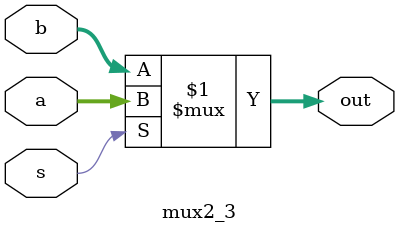
<source format=sv>
module mux2_3(input s, input [1:0] a, input [1:0] b, output [1:0] out);
  assign out = s ? a : b;
endmodule

</source>
